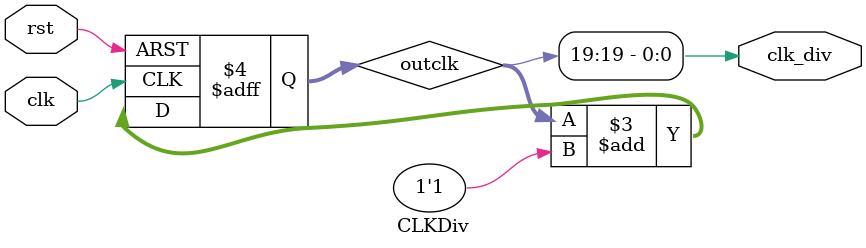
<source format=v>
`timescale 1ns / 1ps

/*
 * D Fli-Flop Module
 */
module DFF (output reg out,
				input in, clk, rst
				);
					
	always @ (posedge clk or posedge rst)
	begin
		if (rst == 1'b1)
			out <= 1'b0;
		else
			out <= in;
	end
	
endmodule

/*
 * Multiplexer Module
 * out = a * ~sel + b * sel
 */
module MUX (output reg out, 
				input a,b,sel
				);
			
	always @ (sel or a or b)
	begin 
		if (sel == 1'b1)
			out = b;
		else 
			out = a;
	end
	
endmodule

/*
 * Clock Dividor
 * Slows clock speed by a factor of 2^20 (~10^6)
 * For 4 MHz clock of FPGA, output will be ~4 Hz
 */
module CLKDiv (output clk_div,
					input clk, rst
					);
	
	reg [19:0] outclk;
	
	always @ (posedge clk or posedge rst)   
	begin
		 if (rst == 1'b1)
			   outclk <= 20'b0;
		 else
			  outclk <= outclk + 1'b1;
			 
		// Give MSB of 20-bit counter
		 		  
	end
	assign clk_div = outclk[19];
endmodule
					
	
		
</source>
